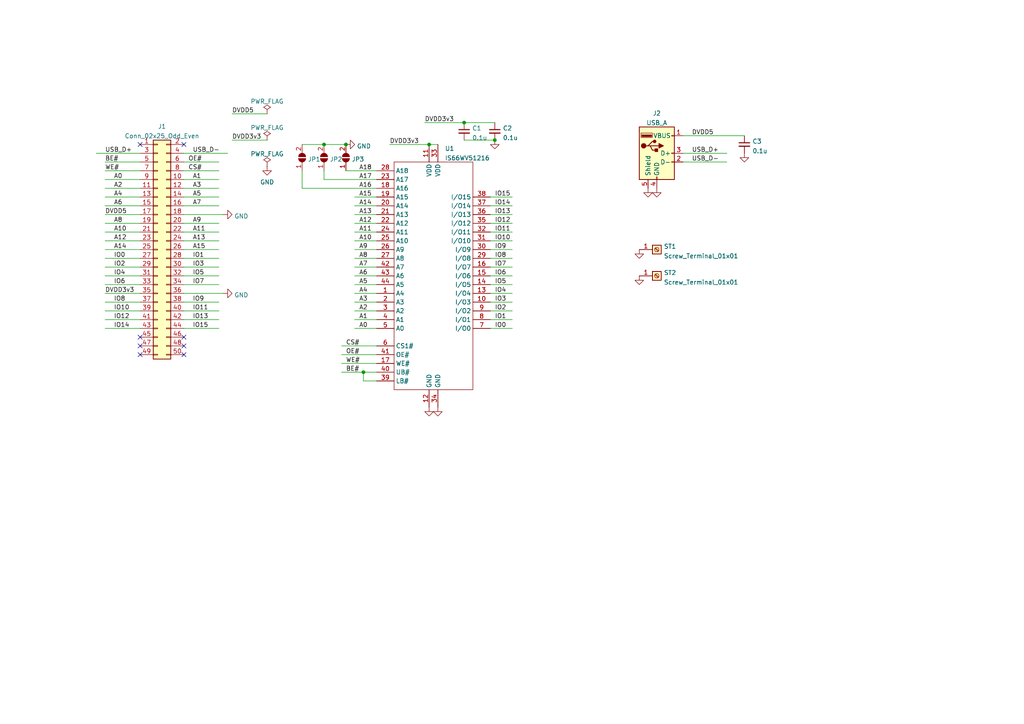
<source format=kicad_sch>
(kicad_sch (version 20211123) (generator eeschema)
  (paper "A4")
  (lib_symbols
    (symbol "Connector:Screw_Terminal_01x01" (pin_names (offset 1.016) hide)
      (property "Reference" "J" (at 0 2.54 0))
      (property "Value" "Screw_Terminal_01x01" (at 0 -2.54 0))
      (symbol "Screw_Terminal_01x01_1_1"
        (rectangle (start -1.27 1.27) (end 1.27 -1.27) (stroke (width 0.254)) (fill (type background)))
        (polyline (pts (xy -0.5334 0.3302) (xy 0.3302 -0.508)) (stroke (width 0.1524)))
        (polyline (pts (xy -0.3556 0.508) (xy 0.508 -0.3302)) (stroke (width 0.1524)))
        (circle (center 0 0) (radius 0.635) (stroke (width 0.1524)))
        (pin passive line (at -5.08 0 0) (length 3.81) (name "Pin_1") (number "1"))
      )
    )
    (symbol "Connector:USB_A" (pin_names (offset 1.016))
      (property "Reference" "J" (at -5.08 11.43 0))
      (property "Value" "USB_A" (at -5.08 8.89 0))
      (symbol "USB_A_0_1"
        (rectangle (start -5.08 -7.62) (end 5.08 7.62) (stroke (width 0.254)) (fill (type background)))
        (circle (center -3.81 2.159) (radius 0.635) (stroke (width 0.254)) (fill (type outline)))
        (rectangle (start -1.524 4.826) (end -4.318 5.334) (fill (type outline)))
        (rectangle (start -1.27 4.572) (end -4.572 5.842))
        (circle (center -0.635 3.429) (radius 0.381) (stroke (width 0.254)) (fill (type outline)))
        (rectangle (start -0.127 -7.62) (end 0.127 -6.858))
        (polyline (pts (xy -3.175 2.159) (xy -2.54 2.159) (xy -1.27 3.429) (xy -0.635 3.429)) (stroke (width 0.254)))
        (polyline (pts (xy -2.54 2.159) (xy -1.905 2.159) (xy -1.27 0.889) (xy 0 0.889)) (stroke (width 0.254)))
        (polyline (pts (xy 0.635 2.794) (xy 0.635 1.524) (xy 1.905 2.159) (xy 0.635 2.794)) (stroke (width 0.254)) (fill (type outline)))
        (rectangle (start 0.254 1.27) (end -0.508 0.508) (stroke (width 0.254)) (fill (type outline)))
        (rectangle (start 5.08 -2.667) (end 4.318 -2.413))
        (rectangle (start 5.08 -0.127) (end 4.318 0.127))
        (rectangle (start 5.08 4.953) (end 4.318 5.207))
      )
      (symbol "USB_A_1_1"
        (polyline (pts (xy -1.905 2.159) (xy 0.635 2.159)) (stroke (width 0.254)))
        (pin power_in line (at 7.62 5.08 180) (length 2.54) (name "VBUS") (number "1"))
        (pin bidirectional line (at 7.62 -2.54 180) (length 2.54) (name "D-") (number "2"))
        (pin bidirectional line (at 7.62 0 180) (length 2.54) (name "D+") (number "3"))
        (pin power_in line (at 0 -10.16 90) (length 2.54) (name "GND") (number "4"))
        (pin passive line (at -2.54 -10.16 90) (length 2.54) (name "Shield") (number "5"))
      )
    )
    (symbol "Connector_Generic:Conn_02x25_Odd_Even" (pin_names (offset 1.016) hide)
      (property "Reference" "J" (at 1.27 33.02 0))
      (property "Value" "Conn_02x25_Odd_Even" (at 1.27 -33.02 0))
      (symbol "Conn_02x25_Odd_Even_1_1"
        (rectangle (start -1.27 -30.353) (end 0 -30.607) (stroke (width 0.1524)))
        (rectangle (start -1.27 -27.813) (end 0 -28.067) (stroke (width 0.1524)))
        (rectangle (start -1.27 -25.273) (end 0 -25.527) (stroke (width 0.1524)))
        (rectangle (start -1.27 -22.733) (end 0 -22.987) (stroke (width 0.1524)))
        (rectangle (start -1.27 -20.193) (end 0 -20.447) (stroke (width 0.1524)))
        (rectangle (start -1.27 -17.653) (end 0 -17.907) (stroke (width 0.1524)))
        (rectangle (start -1.27 -15.113) (end 0 -15.367) (stroke (width 0.1524)))
        (rectangle (start -1.27 -12.573) (end 0 -12.827) (stroke (width 0.1524)))
        (rectangle (start -1.27 -10.033) (end 0 -10.287) (stroke (width 0.1524)))
        (rectangle (start -1.27 -7.493) (end 0 -7.747) (stroke (width 0.1524)))
        (rectangle (start -1.27 -4.953) (end 0 -5.207) (stroke (width 0.1524)))
        (rectangle (start -1.27 -2.413) (end 0 -2.667) (stroke (width 0.1524)))
        (rectangle (start -1.27 0.127) (end 0 -0.127) (stroke (width 0.1524)))
        (rectangle (start -1.27 2.667) (end 0 2.413) (stroke (width 0.1524)))
        (rectangle (start -1.27 5.207) (end 0 4.953) (stroke (width 0.1524)))
        (rectangle (start -1.27 7.747) (end 0 7.493) (stroke (width 0.1524)))
        (rectangle (start -1.27 10.287) (end 0 10.033) (stroke (width 0.1524)))
        (rectangle (start -1.27 12.827) (end 0 12.573) (stroke (width 0.1524)))
        (rectangle (start -1.27 15.367) (end 0 15.113) (stroke (width 0.1524)))
        (rectangle (start -1.27 17.907) (end 0 17.653) (stroke (width 0.1524)))
        (rectangle (start -1.27 20.447) (end 0 20.193) (stroke (width 0.1524)))
        (rectangle (start -1.27 22.987) (end 0 22.733) (stroke (width 0.1524)))
        (rectangle (start -1.27 25.527) (end 0 25.273) (stroke (width 0.1524)))
        (rectangle (start -1.27 28.067) (end 0 27.813) (stroke (width 0.1524)))
        (rectangle (start -1.27 30.607) (end 0 30.353) (stroke (width 0.1524)))
        (rectangle (start -1.27 31.75) (end 3.81 -31.75) (stroke (width 0.254)) (fill (type background)))
        (rectangle (start 3.81 -30.353) (end 2.54 -30.607) (stroke (width 0.1524)))
        (rectangle (start 3.81 -27.813) (end 2.54 -28.067) (stroke (width 0.1524)))
        (rectangle (start 3.81 -25.273) (end 2.54 -25.527) (stroke (width 0.1524)))
        (rectangle (start 3.81 -22.733) (end 2.54 -22.987) (stroke (width 0.1524)))
        (rectangle (start 3.81 -20.193) (end 2.54 -20.447) (stroke (width 0.1524)))
        (rectangle (start 3.81 -17.653) (end 2.54 -17.907) (stroke (width 0.1524)))
        (rectangle (start 3.81 -15.113) (end 2.54 -15.367) (stroke (width 0.1524)))
        (rectangle (start 3.81 -12.573) (end 2.54 -12.827) (stroke (width 0.1524)))
        (rectangle (start 3.81 -10.033) (end 2.54 -10.287) (stroke (width 0.1524)))
        (rectangle (start 3.81 -7.493) (end 2.54 -7.747) (stroke (width 0.1524)))
        (rectangle (start 3.81 -4.953) (end 2.54 -5.207) (stroke (width 0.1524)))
        (rectangle (start 3.81 -2.413) (end 2.54 -2.667) (stroke (width 0.1524)))
        (rectangle (start 3.81 0.127) (end 2.54 -0.127) (stroke (width 0.1524)))
        (rectangle (start 3.81 2.667) (end 2.54 2.413) (stroke (width 0.1524)))
        (rectangle (start 3.81 5.207) (end 2.54 4.953) (stroke (width 0.1524)))
        (rectangle (start 3.81 7.747) (end 2.54 7.493) (stroke (width 0.1524)))
        (rectangle (start 3.81 10.287) (end 2.54 10.033) (stroke (width 0.1524)))
        (rectangle (start 3.81 12.827) (end 2.54 12.573) (stroke (width 0.1524)))
        (rectangle (start 3.81 15.367) (end 2.54 15.113) (stroke (width 0.1524)))
        (rectangle (start 3.81 17.907) (end 2.54 17.653) (stroke (width 0.1524)))
        (rectangle (start 3.81 20.447) (end 2.54 20.193) (stroke (width 0.1524)))
        (rectangle (start 3.81 22.987) (end 2.54 22.733) (stroke (width 0.1524)))
        (rectangle (start 3.81 25.527) (end 2.54 25.273) (stroke (width 0.1524)))
        (rectangle (start 3.81 28.067) (end 2.54 27.813) (stroke (width 0.1524)))
        (rectangle (start 3.81 30.607) (end 2.54 30.353) (stroke (width 0.1524)))
        (pin passive line (at -5.08 30.48 0) (length 3.81) (name "Pin_1") (number "1"))
        (pin passive line (at 7.62 20.32 180) (length 3.81) (name "Pin_10") (number "10"))
        (pin passive line (at -5.08 17.78 0) (length 3.81) (name "Pin_11") (number "11"))
        (pin passive line (at 7.62 17.78 180) (length 3.81) (name "Pin_12") (number "12"))
        (pin passive line (at -5.08 15.24 0) (length 3.81) (name "Pin_13") (number "13"))
        (pin passive line (at 7.62 15.24 180) (length 3.81) (name "Pin_14") (number "14"))
        (pin passive line (at -5.08 12.7 0) (length 3.81) (name "Pin_15") (number "15"))
        (pin passive line (at 7.62 12.7 180) (length 3.81) (name "Pin_16") (number "16"))
        (pin passive line (at -5.08 10.16 0) (length 3.81) (name "Pin_17") (number "17"))
        (pin passive line (at 7.62 10.16 180) (length 3.81) (name "Pin_18") (number "18"))
        (pin passive line (at -5.08 7.62 0) (length 3.81) (name "Pin_19") (number "19"))
        (pin passive line (at 7.62 30.48 180) (length 3.81) (name "Pin_2") (number "2"))
        (pin passive line (at 7.62 7.62 180) (length 3.81) (name "Pin_20") (number "20"))
        (pin passive line (at -5.08 5.08 0) (length 3.81) (name "Pin_21") (number "21"))
        (pin passive line (at 7.62 5.08 180) (length 3.81) (name "Pin_22") (number "22"))
        (pin passive line (at -5.08 2.54 0) (length 3.81) (name "Pin_23") (number "23"))
        (pin passive line (at 7.62 2.54 180) (length 3.81) (name "Pin_24") (number "24"))
        (pin passive line (at -5.08 0 0) (length 3.81) (name "Pin_25") (number "25"))
        (pin passive line (at 7.62 0 180) (length 3.81) (name "Pin_26") (number "26"))
        (pin passive line (at -5.08 -2.54 0) (length 3.81) (name "Pin_27") (number "27"))
        (pin passive line (at 7.62 -2.54 180) (length 3.81) (name "Pin_28") (number "28"))
        (pin passive line (at -5.08 -5.08 0) (length 3.81) (name "Pin_29") (number "29"))
        (pin passive line (at -5.08 27.94 0) (length 3.81) (name "Pin_3") (number "3"))
        (pin passive line (at 7.62 -5.08 180) (length 3.81) (name "Pin_30") (number "30"))
        (pin passive line (at -5.08 -7.62 0) (length 3.81) (name "Pin_31") (number "31"))
        (pin passive line (at 7.62 -7.62 180) (length 3.81) (name "Pin_32") (number "32"))
        (pin passive line (at -5.08 -10.16 0) (length 3.81) (name "Pin_33") (number "33"))
        (pin passive line (at 7.62 -10.16 180) (length 3.81) (name "Pin_34") (number "34"))
        (pin passive line (at -5.08 -12.7 0) (length 3.81) (name "Pin_35") (number "35"))
        (pin passive line (at 7.62 -12.7 180) (length 3.81) (name "Pin_36") (number "36"))
        (pin passive line (at -5.08 -15.24 0) (length 3.81) (name "Pin_37") (number "37"))
        (pin passive line (at 7.62 -15.24 180) (length 3.81) (name "Pin_38") (number "38"))
        (pin passive line (at -5.08 -17.78 0) (length 3.81) (name "Pin_39") (number "39"))
        (pin passive line (at 7.62 27.94 180) (length 3.81) (name "Pin_4") (number "4"))
        (pin passive line (at 7.62 -17.78 180) (length 3.81) (name "Pin_40") (number "40"))
        (pin passive line (at -5.08 -20.32 0) (length 3.81) (name "Pin_41") (number "41"))
        (pin passive line (at 7.62 -20.32 180) (length 3.81) (name "Pin_42") (number "42"))
        (pin passive line (at -5.08 -22.86 0) (length 3.81) (name "Pin_43") (number "43"))
        (pin passive line (at 7.62 -22.86 180) (length 3.81) (name "Pin_44") (number "44"))
        (pin passive line (at -5.08 -25.4 0) (length 3.81) (name "Pin_45") (number "45"))
        (pin passive line (at 7.62 -25.4 180) (length 3.81) (name "Pin_46") (number "46"))
        (pin passive line (at -5.08 -27.94 0) (length 3.81) (name "Pin_47") (number "47"))
        (pin passive line (at 7.62 -27.94 180) (length 3.81) (name "Pin_48") (number "48"))
        (pin passive line (at -5.08 -30.48 0) (length 3.81) (name "Pin_49") (number "49"))
        (pin passive line (at -5.08 25.4 0) (length 3.81) (name "Pin_5") (number "5"))
        (pin passive line (at 7.62 -30.48 180) (length 3.81) (name "Pin_50") (number "50"))
        (pin passive line (at 7.62 25.4 180) (length 3.81) (name "Pin_6") (number "6"))
        (pin passive line (at -5.08 22.86 0) (length 3.81) (name "Pin_7") (number "7"))
        (pin passive line (at 7.62 22.86 180) (length 3.81) (name "Pin_8") (number "8"))
        (pin passive line (at -5.08 20.32 0) (length 3.81) (name "Pin_9") (number "9"))
      )
    )
    (symbol "Device:C_Small" (pin_numbers hide) (pin_names (offset 0.254) hide)
      (property "Reference" "C" (at 0.254 1.778 0))
      (property "Value" "C_Small" (at 0.254 -2.032 0))
      (symbol "C_Small_0_1"
        (polyline (pts (xy -1.524 -0.508) (xy 1.524 -0.508)) (stroke (width 0.3302)))
        (polyline (pts (xy -1.524 0.508) (xy 1.524 0.508)) (stroke (width 0.3048)))
      )
      (symbol "C_Small_1_1"
        (pin passive line (at 0 2.54 270) (length 2.032) (name "~") (number "1"))
        (pin passive line (at 0 -2.54 90) (length 2.032) (name "~") (number "2"))
      )
    )
    (symbol "Jumper:SolderJumper_2_Open" (pin_names (offset 0) hide)
      (property "Reference" "JP" (at 0 2.032 0))
      (property "Value" "SolderJumper_2_Open" (at 0 -2.54 0))
      (symbol "SolderJumper_2_Open_0_1"
        (arc (start -0.254 1.016) (mid -1.27 0) (end -0.254 -1.016))
        (arc (start -0.254 1.016) (mid -1.27 0) (end -0.254 -1.016) (fill (type outline)))
        (polyline (pts (xy -0.254 1.016) (xy -0.254 -1.016)))
        (polyline (pts (xy 0.254 1.016) (xy 0.254 -1.016)))
        (arc (start 0.254 -1.016) (mid 1.27 0) (end 0.254 1.016))
        (arc (start 0.254 -1.016) (mid 1.27 0) (end 0.254 1.016) (fill (type outline)))
      )
      (symbol "SolderJumper_2_Open_1_1"
        (pin passive line (at -3.81 0 0) (length 2.54) (name "A") (number "1"))
        (pin passive line (at 3.81 0 180) (length 2.54) (name "B") (number "2"))
      )
    )
    (symbol "custom_components:IS66WV51216"
      (property "Reference" "U" (at -8.89 34.29 0))
      (property "Value" "IS66WV51216" (at 0 1.27 0))
      (symbol "IS66WV51216_0_1"
        (rectangle (start -11.43 33.02) (end 11.43 -33.02) (stroke (width 0.1524)))
      )
      (symbol "IS66WV51216_1_1"
        (pin input line (at -16.51 -5.08 0) (length 5.08) (name "A4") (number "1"))
        (pin tri_state line (at 16.51 -7.62 180) (length 5.08) (name "I/O3") (number "10"))
        (pin power_in line (at -1.27 38.1 270) (length 5.08) (name "VDD") (number "11"))
        (pin power_in line (at -1.27 -38.1 90) (length 5.08) (name "GND") (number "12"))
        (pin tri_state line (at 16.51 -5.08 180) (length 5.08) (name "I/O4") (number "13"))
        (pin tri_state line (at 16.51 -2.54 180) (length 5.08) (name "I/O5") (number "14"))
        (pin tri_state line (at 16.51 0 180) (length 5.08) (name "I/O6") (number "15"))
        (pin tri_state line (at 16.51 2.54 180) (length 5.08) (name "I/O7") (number "16"))
        (pin input line (at -16.51 -25.4 0) (length 5.08) (name "WE#") (number "17"))
        (pin input line (at -16.51 25.4 0) (length 5.08) (name "A16") (number "18"))
        (pin input line (at -16.51 22.86 0) (length 5.08) (name "A15") (number "19"))
        (pin input line (at -16.51 -7.62 0) (length 5.08) (name "A3") (number "2"))
        (pin input line (at -16.51 20.32 0) (length 5.08) (name "A14") (number "20"))
        (pin input line (at -16.51 17.78 0) (length 5.08) (name "A13") (number "21"))
        (pin input line (at -16.51 15.24 0) (length 5.08) (name "A12") (number "22"))
        (pin input line (at -16.51 27.94 0) (length 5.08) (name "A17") (number "23"))
        (pin input line (at -16.51 12.7 0) (length 5.08) (name "A11") (number "24"))
        (pin input line (at -16.51 10.16 0) (length 5.08) (name "A10") (number "25"))
        (pin input line (at -16.51 7.62 0) (length 5.08) (name "A9") (number "26"))
        (pin input line (at -16.51 5.08 0) (length 5.08) (name "A8") (number "27"))
        (pin input line (at -16.51 30.48 0) (length 5.08) (name "A18") (number "28"))
        (pin tri_state line (at 16.51 5.08 180) (length 5.08) (name "I/O8") (number "29"))
        (pin input line (at -16.51 -10.16 0) (length 5.08) (name "A2") (number "3"))
        (pin tri_state line (at 16.51 7.62 180) (length 5.08) (name "I/O9") (number "30"))
        (pin tri_state line (at 16.51 10.16 180) (length 5.08) (name "I/O10") (number "31"))
        (pin tri_state line (at 16.51 12.7 180) (length 5.08) (name "I/O11") (number "32"))
        (pin power_in line (at 1.27 38.1 270) (length 5.08) (name "VDD") (number "33"))
        (pin power_in line (at 1.27 -38.1 90) (length 5.08) (name "GND") (number "34"))
        (pin tri_state line (at 16.51 15.24 180) (length 5.08) (name "I/O12") (number "35"))
        (pin tri_state line (at 16.51 17.78 180) (length 5.08) (name "I/O13") (number "36"))
        (pin tri_state line (at 16.51 20.32 180) (length 5.08) (name "I/O14") (number "37"))
        (pin tri_state line (at 16.51 22.86 180) (length 5.08) (name "I/O15") (number "38"))
        (pin input line (at -16.51 -30.48 0) (length 5.08) (name "LB#") (number "39"))
        (pin input line (at -16.51 -12.7 0) (length 5.08) (name "A1") (number "4"))
        (pin input line (at -16.51 -27.94 0) (length 5.08) (name "UB#") (number "40"))
        (pin input line (at -16.51 -22.86 0) (length 5.08) (name "OE#") (number "41"))
        (pin input line (at -16.51 2.54 0) (length 5.08) (name "A7") (number "42"))
        (pin input line (at -16.51 0 0) (length 5.08) (name "A6") (number "43"))
        (pin input line (at -16.51 -2.54 0) (length 5.08) (name "A5") (number "44"))
        (pin input line (at -16.51 -15.24 0) (length 5.08) (name "A0") (number "5"))
        (pin input line (at -16.51 -20.32 0) (length 5.08) (name "CS1#") (number "6"))
        (pin tri_state line (at 16.51 -15.24 180) (length 5.08) (name "I/O0") (number "7"))
        (pin tri_state line (at 16.51 -12.7 180) (length 5.08) (name "I/O1") (number "8"))
        (pin tri_state line (at 16.51 -10.16 180) (length 5.08) (name "I/O2") (number "9"))
      )
    )
    (symbol "power:GND" (power) (pin_names (offset 0))
      (property "Value" "GND" (at 0 -3.81 0))
      (symbol "GND_0_1"
        (polyline (pts (xy 0 0) (xy 0 -1.27) (xy 1.27 -1.27) (xy 0 -2.54) (xy -1.27 -1.27) (xy 0 -1.27)))
      )
      (symbol "GND_1_1"
        (pin power_in line (at 0 0 270) (length 0) hide (name "GND") (number "1"))
      )
    )
    (symbol "power:PWR_FLAG" (power) (pin_numbers hide) (pin_names (offset 0) hide)
      (property "Value" "PWR_FLAG" (at 0 3.81 0))
      (symbol "PWR_FLAG_0_0"
        (pin power_out line (at 0 0 90) (length 0) (name "pwr") (number "1"))
      )
      (symbol "PWR_FLAG_0_1"
        (polyline (pts (xy 0 0) (xy 0 1.27) (xy -1.016 1.905) (xy 0 2.54) (xy 1.016 1.905) (xy 0 1.27)))
      )
    )
  )
  (junction (at 143.51 40.64))
  (junction (at 124.46 41.91))
  (junction (at 93.98 41.91))
  (junction (at 134.62 35.56))
  (junction (at 100.33 41.91))
  (junction (at 105.41 107.95))
  (no_connect (at 40.64 41.91))
  (no_connect (at 53.34 41.91))
  (no_connect (at 53.34 100.33))
  (no_connect (at 53.34 102.87))
  (no_connect (at 40.64 102.87))
  (no_connect (at 40.64 100.33))
  (no_connect (at 40.64 97.79))
  (no_connect (at 53.34 97.79))
  (wire (pts (xy 124.46 41.91) (xy 127 41.91)))
  (wire (pts (xy 53.34 82.55) (xy 63.5 82.55)))
  (wire (pts (xy 134.62 35.56) (xy 143.51 35.56)))
  (wire (pts (xy 93.98 52.07) (xy 109.22 52.07)))
  (wire (pts (xy 142.24 77.47) (xy 148.59 77.47)))
  (wire (pts (xy 102.87 69.85) (xy 109.22 69.85)))
  (wire (pts (xy 53.34 44.45) (xy 66.04 44.45)))
  (wire (pts (xy 102.87 87.63) (xy 109.22 87.63)))
  (wire (pts (xy 102.87 90.17) (xy 109.22 90.17)))
  (wire (pts (xy 40.64 44.45) (xy 27.94 44.45)))
  (wire (pts (xy 102.87 74.93) (xy 109.22 74.93)))
  (wire (pts (xy 30.48 64.77) (xy 40.64 64.77)))
  (wire (pts (xy 142.24 59.69) (xy 148.59 59.69)))
  (wire (pts (xy 53.34 72.39) (xy 63.5 72.39)))
  (wire (pts (xy 30.48 90.17) (xy 40.64 90.17)))
  (wire (pts (xy 109.22 110.49) (xy 105.41 110.49)))
  (wire (pts (xy 53.34 57.15) (xy 63.5 57.15)))
  (wire (pts (xy 30.48 46.99) (xy 40.64 46.99)))
  (wire (pts (xy 142.24 69.85) (xy 148.59 69.85)))
  (wire (pts (xy 105.41 110.49) (xy 105.41 107.95)))
  (wire (pts (xy 53.34 46.99) (xy 63.5 46.99)))
  (wire (pts (xy 30.48 69.85) (xy 40.64 69.85)))
  (wire (pts (xy 53.34 52.07) (xy 63.5 52.07)))
  (wire (pts (xy 30.48 59.69) (xy 40.64 59.69)))
  (wire (pts (xy 102.87 85.09) (xy 109.22 85.09)))
  (wire (pts (xy 53.34 67.31) (xy 63.5 67.31)))
  (wire (pts (xy 64.77 62.23) (xy 53.34 62.23)))
  (wire (pts (xy 30.48 87.63) (xy 40.64 87.63)))
  (wire (pts (xy 142.24 82.55) (xy 148.59 82.55)))
  (wire (pts (xy 102.87 77.47) (xy 109.22 77.47)))
  (wire (pts (xy 99.06 105.41) (xy 109.22 105.41)))
  (wire (pts (xy 64.77 85.09) (xy 53.34 85.09)))
  (wire (pts (xy 53.34 95.25) (xy 63.5 95.25)))
  (wire (pts (xy 102.87 67.31) (xy 109.22 67.31)))
  (wire (pts (xy 99.06 102.87) (xy 109.22 102.87)))
  (wire (pts (xy 53.34 80.01) (xy 63.5 80.01)))
  (wire (pts (xy 102.87 72.39) (xy 109.22 72.39)))
  (wire (pts (xy 102.87 57.15) (xy 109.22 57.15)))
  (wire (pts (xy 53.34 59.69) (xy 63.5 59.69)))
  (wire (pts (xy 87.63 41.91) (xy 93.98 41.91)))
  (wire (pts (xy 30.48 49.53) (xy 40.64 49.53)))
  (wire (pts (xy 53.34 90.17) (xy 63.5 90.17)))
  (wire (pts (xy 30.48 54.61) (xy 40.64 54.61)))
  (wire (pts (xy 99.06 107.95) (xy 105.41 107.95)))
  (wire (pts (xy 30.48 57.15) (xy 40.64 57.15)))
  (wire (pts (xy 99.06 100.33) (xy 109.22 100.33)))
  (wire (pts (xy 134.62 40.64) (xy 143.51 40.64)))
  (wire (pts (xy 198.12 39.37) (xy 215.9 39.37)))
  (wire (pts (xy 53.34 74.93) (xy 63.5 74.93)))
  (wire (pts (xy 93.98 41.91) (xy 100.33 41.91)))
  (wire (pts (xy 67.31 40.64) (xy 77.47 40.64)))
  (wire (pts (xy 142.24 87.63) (xy 148.59 87.63)))
  (wire (pts (xy 142.24 64.77) (xy 148.59 64.77)))
  (wire (pts (xy 142.24 85.09) (xy 148.59 85.09)))
  (wire (pts (xy 102.87 95.25) (xy 109.22 95.25)))
  (wire (pts (xy 30.48 95.25) (xy 40.64 95.25)))
  (wire (pts (xy 53.34 49.53) (xy 63.5 49.53)))
  (wire (pts (xy 198.12 46.99) (xy 210.82 46.99)))
  (wire (pts (xy 53.34 64.77) (xy 63.5 64.77)))
  (wire (pts (xy 142.24 72.39) (xy 148.59 72.39)))
  (wire (pts (xy 87.63 49.53) (xy 87.63 54.61)))
  (wire (pts (xy 53.34 92.71) (xy 63.5 92.71)))
  (wire (pts (xy 142.24 95.25) (xy 148.59 95.25)))
  (wire (pts (xy 142.24 74.93) (xy 148.59 74.93)))
  (wire (pts (xy 142.24 80.01) (xy 148.59 80.01)))
  (wire (pts (xy 30.48 82.55) (xy 40.64 82.55)))
  (wire (pts (xy 210.82 44.45) (xy 198.12 44.45)))
  (wire (pts (xy 87.63 54.61) (xy 109.22 54.61)))
  (wire (pts (xy 142.24 92.71) (xy 148.59 92.71)))
  (wire (pts (xy 102.87 64.77) (xy 109.22 64.77)))
  (wire (pts (xy 102.87 82.55) (xy 109.22 82.55)))
  (wire (pts (xy 123.19 35.56) (xy 134.62 35.56)))
  (wire (pts (xy 53.34 54.61) (xy 63.5 54.61)))
  (wire (pts (xy 102.87 62.23) (xy 109.22 62.23)))
  (wire (pts (xy 142.24 57.15) (xy 148.59 57.15)))
  (wire (pts (xy 30.48 85.09) (xy 40.64 85.09)))
  (wire (pts (xy 30.48 80.01) (xy 40.64 80.01)))
  (wire (pts (xy 30.48 52.07) (xy 40.64 52.07)))
  (wire (pts (xy 30.48 77.47) (xy 40.64 77.47)))
  (wire (pts (xy 142.24 90.17) (xy 148.59 90.17)))
  (wire (pts (xy 30.48 72.39) (xy 40.64 72.39)))
  (wire (pts (xy 67.31 33.02) (xy 77.47 33.02)))
  (wire (pts (xy 102.87 80.01) (xy 109.22 80.01)))
  (wire (pts (xy 30.48 74.93) (xy 40.64 74.93)))
  (wire (pts (xy 30.48 62.23) (xy 40.64 62.23)))
  (wire (pts (xy 53.34 77.47) (xy 63.5 77.47)))
  (wire (pts (xy 100.33 49.53) (xy 109.22 49.53)))
  (wire (pts (xy 53.34 87.63) (xy 63.5 87.63)))
  (wire (pts (xy 102.87 59.69) (xy 109.22 59.69)))
  (wire (pts (xy 142.24 67.31) (xy 148.59 67.31)))
  (wire (pts (xy 30.48 67.31) (xy 40.64 67.31)))
  (wire (pts (xy 53.34 69.85) (xy 63.5 69.85)))
  (wire (pts (xy 142.24 62.23) (xy 148.59 62.23)))
  (wire (pts (xy 93.98 52.07) (xy 93.98 49.53)))
  (wire (pts (xy 113.03 41.91) (xy 124.46 41.91)))
  (wire (pts (xy 102.87 92.71) (xy 109.22 92.71)))
  (wire (pts (xy 30.48 92.71) (xy 40.64 92.71)))
  (wire (pts (xy 105.41 107.95) (xy 109.22 107.95)))
  (label "A1" (at 55.88 52.07 0))
  (label "OE#" (at 100.33 102.87 0))
  (label "A0" (at 33.02 52.07 0))
  (label "IO2" (at 33.02 77.47 0))
  (label "IO3" (at 143.51 87.63 0))
  (label "WE#" (at 30.48 49.53 0))
  (label "IO9" (at 55.88 87.63 0))
  (label "IO15" (at 143.51 57.15 0))
  (label "A5" (at 55.88 57.15 0))
  (label "WE#" (at 100.33 105.41 0))
  (label "IO3" (at 55.88 77.47 0))
  (label "DVDD3v3" (at 67.31 40.64 0))
  (label "IO0" (at 143.51 95.25 0))
  (label "A0" (at 104.14 95.25 0))
  (label "A3" (at 104.14 87.63 0))
  (label "BE#" (at 100.33 107.95 0))
  (label "A7" (at 104.14 77.47 0))
  (label "A5" (at 104.14 82.55 0))
  (label "A14" (at 104.14 59.69 0))
  (label "IO6" (at 33.02 82.55 0))
  (label "DVDD3v3" (at 123.19 35.56 0))
  (label "IO11" (at 143.51 67.31 0))
  (label "IO12" (at 33.02 92.71 0))
  (label "CS#" (at 100.33 100.33 0))
  (label "IO11" (at 55.88 90.17 0))
  (label "OE#" (at 54.61 46.99 0))
  (label "A11" (at 55.88 67.31 0))
  (label "A6" (at 33.02 59.69 0))
  (label "IO0" (at 33.02 74.93 0))
  (label "A9" (at 104.14 72.39 0))
  (label "IO13" (at 55.88 92.71 0))
  (label "CS#" (at 54.61 49.53 0))
  (label "IO9" (at 143.51 72.39 0))
  (label "A13" (at 104.14 62.23 0))
  (label "A11" (at 104.14 67.31 0))
  (label "A8" (at 33.02 64.77 0))
  (label "BE#" (at 30.48 46.99 0))
  (label "IO4" (at 143.51 85.09 0))
  (label "IO10" (at 33.02 90.17 0))
  (label "A6" (at 104.14 80.01 0))
  (label "A18" (at 104.14 49.53 0))
  (label "IO1" (at 143.51 92.71 0))
  (label "IO7" (at 143.51 77.47 0))
  (label "DVDD5" (at 67.31 33.02 0))
  (label "A2" (at 33.02 54.61 0))
  (label "IO4" (at 33.02 80.01 0))
  (label "IO13" (at 143.51 62.23 0))
  (label "IO14" (at 143.51 59.69 0))
  (label "USB_D+" (at 200.66 44.45 0))
  (label "IO14" (at 33.02 95.25 0))
  (label "A12" (at 104.14 64.77 0))
  (label "A3" (at 55.88 54.61 0))
  (label "DVDD3v3" (at 113.03 41.91 0))
  (label "DVDD3v3" (at 30.48 85.09 0))
  (label "A9" (at 55.88 64.77 0))
  (label "A1" (at 104.14 92.71 0))
  (label "USB_D+" (at 30.48 44.45 0))
  (label "A16" (at 104.14 54.61 0))
  (label "A12" (at 33.02 69.85 0))
  (label "A7" (at 55.88 59.69 0))
  (label "IO5" (at 143.51 82.55 0))
  (label "DVDD5" (at 200.66 39.37 0))
  (label "IO8" (at 143.51 74.93 0))
  (label "DVDD5" (at 30.48 62.23 0))
  (label "IO5" (at 55.88 80.01 0))
  (label "IO7" (at 55.88 82.55 0))
  (label "A10" (at 33.02 67.31 0))
  (label "A4" (at 33.02 57.15 0))
  (label "IO2" (at 143.51 90.17 0))
  (label "IO8" (at 33.02 87.63 0))
  (label "A2" (at 104.14 90.17 0))
  (label "USB_D-" (at 55.88 44.45 0))
  (label "USB_D-" (at 200.66 46.99 0))
  (label "IO15" (at 55.88 95.25 0))
  (label "IO10" (at 143.51 69.85 0))
  (label "A8" (at 104.14 74.93 0))
  (label "A17" (at 104.14 52.07 0))
  (label "A10" (at 104.14 69.85 0))
  (label "A14" (at 33.02 72.39 0))
  (label "A4" (at 104.14 85.09 0))
  (label "IO6" (at 143.51 80.01 0))
  (label "A15" (at 55.88 72.39 0))
  (label "IO12" (at 143.51 64.77 0))
  (label "A13" (at 55.88 69.85 0))
  (label "IO1" (at 55.88 74.93 0))
  (label "A15" (at 104.14 57.15 0))
  (symbol (lib_id "custom_components:IS66WV51216") (at 125.73 80.01 0) (unit 1)
    (property "Reference" "U1" (at 129.0194 43.0743 0) (effects (justify left)))
    (property "Value" "IS66WV51216" (at 129.0194 45.8494 0) (effects (justify left)))
    (property "Footprint" "Package_SO:TSOP-II-44_10.16x18.41mm_P0.8mm" (effects hide))
  )
  (symbol (lib_id "Jumper:SolderJumper_2_Open") (at 93.98 45.72 90) (unit 1)
    (property "Reference" "JP2" (at 95.631 46.199 90) (effects (justify right)))
    (property "Value" "SolderJumper_2_Open" (effects hide))
    (property "Footprint" "Jumper:SolderJumper-2_P1.3mm_Open_Pad1.0x1.5mm" (effects hide))
  )
  (symbol (lib_id "power:GND") (at 185.42 80.01 0) (unit 1)
    (property "Reference" "#PWR0104" (effects hide))
    (property "Value" "GND" (effects hide))
  )
  (symbol (lib_id "power:GND") (at 64.77 62.23 90) (unit 1)
    (property "Reference" "#PWR0101" (effects hide))
    (property "Value" "GND" (at 67.945 62.709 90) (effects (justify right)))
  )
  (symbol (lib_id "Jumper:SolderJumper_2_Open") (at 100.33 45.72 90) (unit 1)
    (property "Reference" "JP3" (at 101.981 46.199 90) (effects (justify right)))
    (property "Value" "SolderJumper_2_Open" (effects hide))
    (property "Footprint" "Jumper:SolderJumper-2_P1.3mm_Open_Pad1.0x1.5mm" (effects hide))
  )
  (symbol (lib_id "power:PWR_FLAG") (at 77.47 48.26 0) (unit 1)
    (property "Reference" "#FLG0101" (effects hide))
    (property "Value" "PWR_FLAG" (at 77.47 44.6555 0))
  )
  (symbol (lib_id "power:GND") (at 187.96 54.61 0) (unit 1)
    (property "Reference" "#PWR0106" (effects hide))
    (property "Value" "GND" (effects hide))
  )
  (symbol (lib_id "Device:C_Small") (at 215.9 41.91 0) (unit 1)
    (property "Reference" "C3" (at 218.2241 41.0078 0) (effects (justify left)))
    (property "Value" "0.1u" (at 218.2241 43.7829 0) (effects (justify left)))
    (property "Footprint" "Capacitor_SMD:C_0603_1608Metric_Pad1.08x0.95mm_HandSolder" (effects hide))
  )
  (symbol (lib_id "power:PWR_FLAG") (at 77.47 40.64 0) (unit 1)
    (property "Reference" "#FLG0102" (effects hide))
    (property "Value" "PWR_FLAG" (at 77.47 37.0355 0))
  )
  (symbol (lib_id "power:GND") (at 143.51 40.64 0) (unit 1)
    (property "Reference" "#PWR0109" (effects hide))
    (property "Value" "GND" (effects hide))
  )
  (symbol (lib_id "power:GND") (at 190.5 54.61 0) (unit 1)
    (property "Reference" "#PWR0107" (effects hide))
    (property "Value" "GND" (effects hide))
  )
  (symbol (lib_id "Device:C_Small") (at 143.51 38.1 0) (unit 1)
    (property "Reference" "C2" (at 145.8341 37.1978 0) (effects (justify left)))
    (property "Value" "0.1u" (at 145.8341 39.9729 0) (effects (justify left)))
    (property "Footprint" "Capacitor_SMD:C_0603_1608Metric_Pad1.08x0.95mm_HandSolder" (effects hide))
  )
  (symbol (lib_id "power:GND") (at 185.42 72.39 0) (unit 1)
    (property "Reference" "#PWR0105" (effects hide))
    (property "Value" "GND" (effects hide))
  )
  (symbol (lib_id "Connector:Screw_Terminal_01x01") (at 190.5 80.01 0) (unit 1)
    (property "Reference" "ST2" (at 192.532 79.1015 0) (effects (justify left)))
    (property "Value" "Screw_Terminal_01x01" (at 192.532 81.8766 0) (effects (justify left)))
    (property "Footprint" "custom_components:7773" (effects hide))
  )
  (symbol (lib_id "power:GND") (at 215.9 44.45 0) (unit 1)
    (property "Reference" "#PWR0108" (effects hide))
    (property "Value" "GND" (effects hide))
  )
  (symbol (lib_id "Connector:Screw_Terminal_01x01") (at 190.5 72.39 0) (unit 1)
    (property "Reference" "ST1" (at 192.532 71.4815 0) (effects (justify left)))
    (property "Value" "Screw_Terminal_01x01" (at 192.532 74.2566 0) (effects (justify left)))
    (property "Footprint" "custom_components:7773" (effects hide))
  )
  (symbol (lib_id "Connector_Generic:Conn_02x25_Odd_Even") (at 45.72 72.39 0) (unit 1)
    (property "Reference" "J1" (at 46.99 36.6735 0))
    (property "Value" "Conn_02x25_Odd_Even" (at 46.99 39.4486 0))
    (property "Footprint" "Connector_PinSocket_2.54mm:PinSocket_2x25_P2.54mm_Horizontal" (effects hide))
  )
  (symbol (lib_id "power:GND") (at 100.33 41.91 90) (unit 1)
    (property "Reference" "#PWR0112" (effects hide))
    (property "Value" "GND" (at 103.505 42.389 90) (effects (justify right)))
  )
  (symbol (lib_id "Connector:USB_A") (at 190.5 44.45 0) (unit 1)
    (property "Reference" "J2" (at 190.5 32.8635 0))
    (property "Value" "USB_A" (at 190.5 35.6386 0))
    (property "Footprint" "custom_components:USB_A_Molex_067329-8000" (effects hide))
    (property "Datasheet" " ~" (effects hide))
  )
  (symbol (lib_id "Device:C_Small") (at 134.62 38.1 0) (unit 1)
    (property "Reference" "C1" (at 136.9441 37.1978 0) (effects (justify left)))
    (property "Value" "0.1u" (at 136.9441 39.9729 0) (effects (justify left)))
    (property "Footprint" "Capacitor_SMD:C_0603_1608Metric_Pad1.08x0.95mm_HandSolder" (effects hide))
  )
  (symbol (lib_id "power:GND") (at 124.46 118.11 0) (unit 1)
    (property "Reference" "#PWR0110" (effects hide))
    (property "Value" "GND" (effects hide))
  )
  (symbol (lib_id "power:GND") (at 77.47 48.26 0) (unit 1)
    (property "Reference" "#PWR0103" (effects hide))
    (property "Value" "GND" (at 77.47 52.8225 0))
  )
  (symbol (lib_id "Jumper:SolderJumper_2_Open") (at 87.63 45.72 90) (unit 1)
    (property "Reference" "JP1" (at 89.281 46.199 90) (effects (justify right)))
    (property "Value" "SolderJumper_2_Open" (effects hide))
    (property "Footprint" "Jumper:SolderJumper-2_P1.3mm_Open_Pad1.0x1.5mm" (effects hide))
  )
  (symbol (lib_id "power:PWR_FLAG") (at 77.47 33.02 0) (unit 1)
    (property "Reference" "#FLG0103" (effects hide))
    (property "Value" "PWR_FLAG" (at 77.47 29.4155 0))
  )
  (symbol (lib_id "power:GND") (at 127 118.11 0) (unit 1)
    (property "Reference" "#PWR0111" (effects hide))
    (property "Value" "GND" (effects hide))
  )
  (symbol (lib_id "power:GND") (at 64.77 85.09 90) (unit 1)
    (property "Reference" "#PWR0102" (effects hide))
    (property "Value" "GND" (at 67.945 85.569 90) (effects (justify right)))
  )
)
</source>
